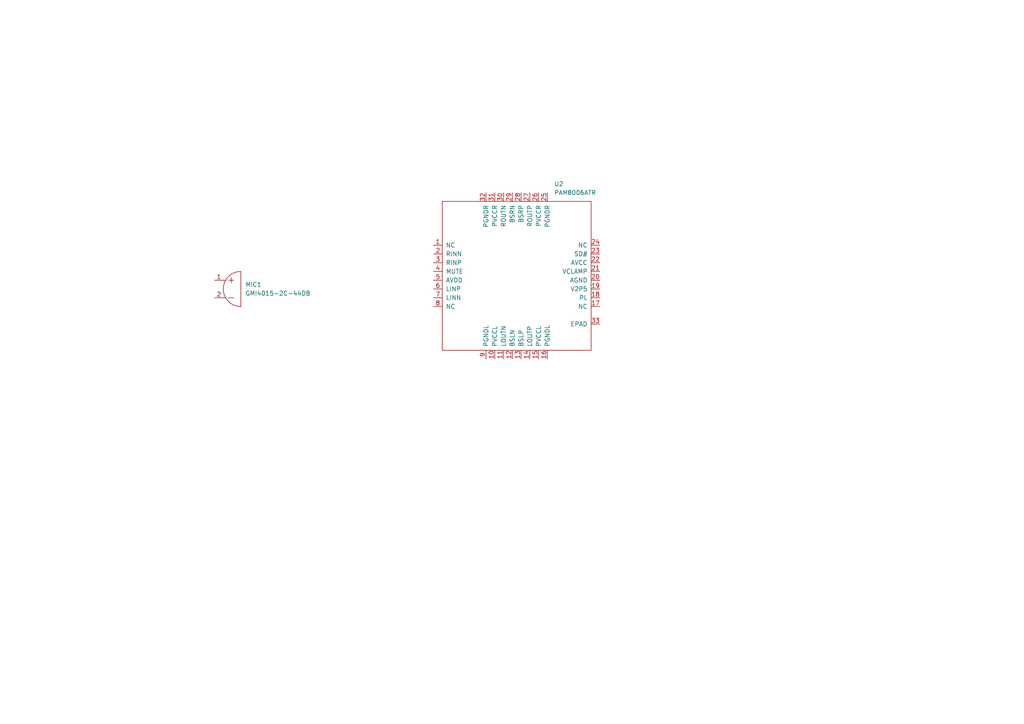
<source format=kicad_sch>
(kicad_sch (version 20230121) (generator eeschema)
  (paper "A4")
  (lib_symbols
    (symbol "v3s_library:GMI4015-2C-44DB" (pin_names (offset 1.016) hide)
      (property "Reference" "MIC" (at 1.27 11.43 0))
      (property "Value" "GMI4015-2C-44DB" (at 3.81 -1.27 0))
      (symbol "GMI4015-2C-44DB_1_1"
        (polyline (pts (xy 3.302 2.54) (xy 2.54 2.54)) (stroke (width 0.1524)))
        (polyline (pts (xy 3.302 7.62) (xy 2.54 7.62)) (stroke (width 0.1524)))
        (polyline (pts (xy 4.064 2.54) (xy 5.588 2.54)) (stroke (width 0.1524)))
        (polyline (pts (xy 4.064 7.62) (xy 5.588 7.62)) (stroke (width 0.1524)))
        (polyline (pts (xy 4.826 8.382) (xy 4.826 6.858)) (stroke (width 0.1524)))
        (polyline (pts (xy 7.62 0) (xy 7.62 10.16)) (stroke (width 0.1524)))
        (arc (start 7.62 10.16) (mid 2.5621 5.08) (end 7.62 0) (stroke (width 0.1524)))
        (pin input line (at 0 7.62 0) (length 2.54) (name "+") (number "1"))
        (pin input line (at 0 2.54 0) (length 2.54) (name "-") (number "2"))
      )
    )
    (symbol "v3s_library:PAM8006ATR" (pin_names (offset 1.016))
      (property "Reference" "U" (at 3.81 46.99 0))
      (property "Value" "PAM8006ATR" (at 40.64 1.27 0))
      (symbol "PAM8006ATR_1_1"
        (rectangle (start 2.54 45.72) (end 45.72 2.54) (stroke (width 0.1524)))
        (pin input line (at 0 33.02 0) (length 2.54) (name "NC") (number "1"))
        (pin input line (at 17.78 0 90) (length 2.54) (name "PVCCL") (number "10"))
        (pin input line (at 20.32 0 90) (length 2.54) (name "LOUTN") (number "11"))
        (pin input line (at 22.86 0 90) (length 2.54) (name "BSLN") (number "12"))
        (pin input line (at 25.4 0 90) (length 2.54) (name "BSLP") (number "13"))
        (pin input line (at 27.94 0 90) (length 2.54) (name "LOUTP") (number "14"))
        (pin input line (at 30.48 0 90) (length 2.54) (name "PVCCL") (number "15"))
        (pin input line (at 33.02 0 90) (length 2.54) (name "PGNDL") (number "16"))
        (pin input line (at 48.26 15.24 180) (length 2.54) (name "NC") (number "17"))
        (pin input line (at 48.26 17.78 180) (length 2.54) (name "PL") (number "18"))
        (pin input line (at 48.26 20.32 180) (length 2.54) (name "V2P5") (number "19"))
        (pin input line (at 0 30.48 0) (length 2.54) (name "RINN") (number "2"))
        (pin input line (at 48.26 22.86 180) (length 2.54) (name "AGND") (number "20"))
        (pin input line (at 48.26 25.4 180) (length 2.54) (name "VCLAMP") (number "21"))
        (pin input line (at 48.26 27.94 180) (length 2.54) (name "AVCC") (number "22"))
        (pin input line (at 48.26 30.48 180) (length 2.54) (name "SD#") (number "23"))
        (pin input line (at 48.26 33.02 180) (length 2.54) (name "NC") (number "24"))
        (pin input line (at 33.02 48.26 270) (length 2.54) (name "PGNDR") (number "25"))
        (pin input line (at 30.48 48.26 270) (length 2.54) (name "PVCCR") (number "26"))
        (pin input line (at 27.94 48.26 270) (length 2.54) (name "ROUTP") (number "27"))
        (pin input line (at 25.4 48.26 270) (length 2.54) (name "BSRP") (number "28"))
        (pin input line (at 22.86 48.26 270) (length 2.54) (name "BSRN") (number "29"))
        (pin input line (at 0 27.94 0) (length 2.54) (name "RINP") (number "3"))
        (pin input line (at 20.32 48.26 270) (length 2.54) (name "ROUTN") (number "30"))
        (pin input line (at 17.78 48.26 270) (length 2.54) (name "PVCCR") (number "31"))
        (pin input line (at 15.24 48.26 270) (length 2.54) (name "PGNDR") (number "32"))
        (pin input line (at 48.26 10.16 180) (length 2.54) (name "EPAD") (number "33"))
        (pin input line (at 0 25.4 0) (length 2.54) (name "MUTE") (number "4"))
        (pin input line (at 0 22.86 0) (length 2.54) (name "AVDD") (number "5"))
        (pin input line (at 0 20.32 0) (length 2.54) (name "LINP") (number "6"))
        (pin input line (at 0 17.78 0) (length 2.54) (name "LINN") (number "7"))
        (pin input line (at 0 15.24 0) (length 2.54) (name "NC") (number "8"))
        (pin input line (at 15.24 0 90) (length 2.54) (name "PGNDL") (number "9"))
      )
    )
  )
  (symbol (lib_id "v3s_library:PAM8006ATR") (at 125.73 104.14 0) (unit 1)
    (property "Reference" "U2" (at 160.7059 53.34 0) (effects (justify left)))
    (property "Value" "PAM8006ATR" (at 160.7059 55.88 0) (effects (justify left)))
    (property "Footprint" "v3s_library:QFN-32_L5.0-W5.0-P0.50-BL-EP3.7" (effects hide))
    (property "Datasheet" "http://www.szlcsc.com/product/details_178501.html" (effects hide))
  )
  (symbol (lib_id "v3s_library:GMI4015-2C-44DB") (at 62.23 88.9 0) (unit 1)
    (property "Reference" "MIC1" (at 71.12 82.55 0) (effects (justify left)))
    (property "Value" "GMI4015-2C-44DB" (at 71.12 85.09 0) (effects (justify left)))
    (property "Footprint" "v3s_library:MIC-SMD_BD4.0_GMI4015-2C-32DB" (effects hide))
  )
)
</source>
